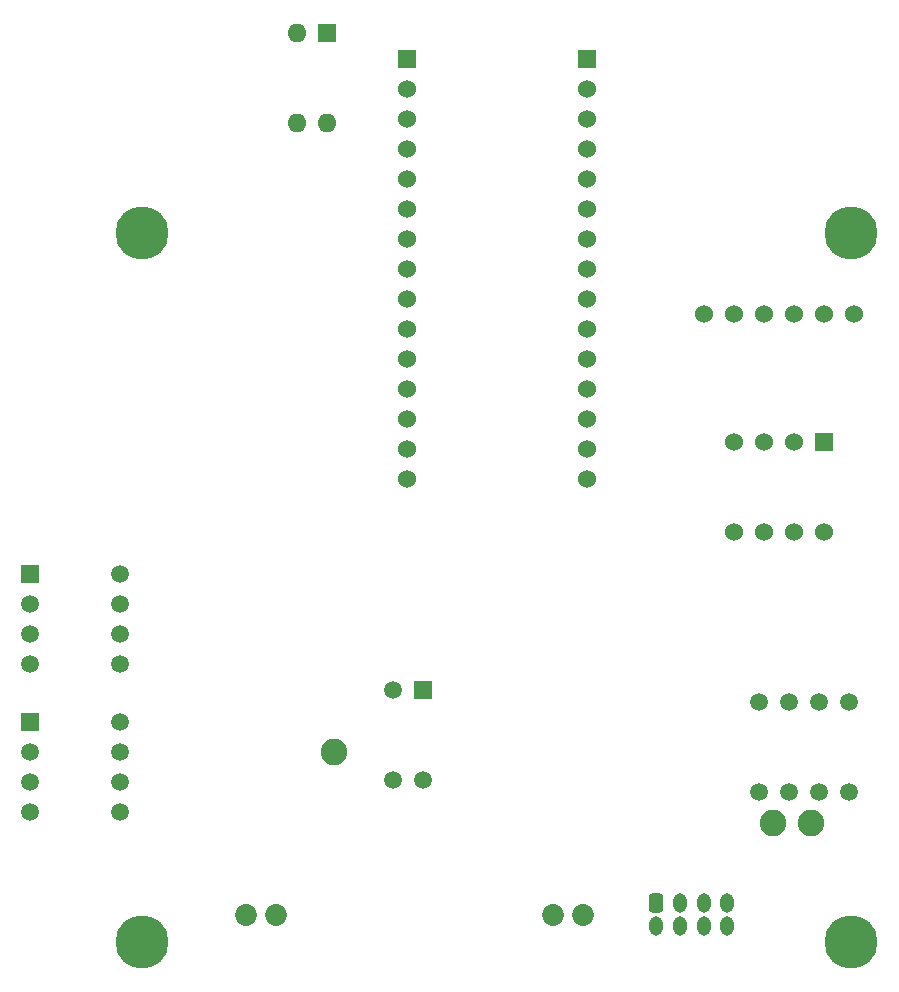
<source format=gbr>
%TF.GenerationSoftware,KiCad,Pcbnew,7.0.1-0*%
%TF.CreationDate,2023-05-24T18:21:05+09:00*%
%TF.ProjectId,SensingModule,53656e73-696e-4674-9d6f-64756c652e6b,rev?*%
%TF.SameCoordinates,Original*%
%TF.FileFunction,Soldermask,Bot*%
%TF.FilePolarity,Negative*%
%FSLAX46Y46*%
G04 Gerber Fmt 4.6, Leading zero omitted, Abs format (unit mm)*
G04 Created by KiCad (PCBNEW 7.0.1-0) date 2023-05-24 18:21:05*
%MOMM*%
%LPD*%
G01*
G04 APERTURE LIST*
G04 Aperture macros list*
%AMRoundRect*
0 Rectangle with rounded corners*
0 $1 Rounding radius*
0 $2 $3 $4 $5 $6 $7 $8 $9 X,Y pos of 4 corners*
0 Add a 4 corners polygon primitive as box body*
4,1,4,$2,$3,$4,$5,$6,$7,$8,$9,$2,$3,0*
0 Add four circle primitives for the rounded corners*
1,1,$1+$1,$2,$3*
1,1,$1+$1,$4,$5*
1,1,$1+$1,$6,$7*
1,1,$1+$1,$8,$9*
0 Add four rect primitives between the rounded corners*
20,1,$1+$1,$2,$3,$4,$5,0*
20,1,$1+$1,$4,$5,$6,$7,0*
20,1,$1+$1,$6,$7,$8,$9,0*
20,1,$1+$1,$8,$9,$2,$3,0*%
G04 Aperture macros list end*
%ADD10C,1.530000*%
%ADD11C,1.500000*%
%ADD12R,1.600000X1.600000*%
%ADD13O,1.600000X1.600000*%
%ADD14C,4.500000*%
%ADD15C,2.250000*%
%ADD16R,1.500000X1.500000*%
%ADD17C,1.853200*%
%ADD18R,1.530000X1.530000*%
%ADD19RoundRect,0.250000X-0.350000X-0.560000X0.350000X-0.560000X0.350000X0.560000X-0.350000X0.560000X0*%
%ADD20O,1.200000X1.650000*%
G04 APERTURE END LIST*
D10*
%TO.C,U2*%
X178740000Y-81859000D03*
X176200000Y-81859000D03*
X173660000Y-81859000D03*
X171120000Y-81859000D03*
X168580000Y-81859000D03*
X166040000Y-81859000D03*
%TD*%
D11*
%TO.C,U1*%
X178300000Y-114700000D03*
X175760000Y-114700000D03*
X173220000Y-114700000D03*
X170680000Y-114700000D03*
X170680000Y-122320000D03*
X173220000Y-122320000D03*
X175760000Y-122320000D03*
X178300000Y-122320000D03*
%TD*%
D12*
%TO.C,SW1*%
X134150000Y-58024432D03*
D13*
X131610000Y-58024432D03*
X131610000Y-65644432D03*
X134150000Y-65644432D03*
%TD*%
D14*
%TO.C,REF\u002A\u002A*%
X118500000Y-75000000D03*
%TD*%
D15*
%TO.C,TP2*%
X171900000Y-124949432D03*
%TD*%
D14*
%TO.C,REF\u002A\u002A*%
X118500000Y-135000000D03*
%TD*%
%TO.C,REF\u002A\u002A*%
X178500000Y-135000000D03*
%TD*%
%TO.C,REF\u002A\u002A*%
X178500000Y-75000000D03*
%TD*%
D16*
%TO.C,U4*%
X142275000Y-113700000D03*
D11*
X139735000Y-113700000D03*
X139735000Y-121320000D03*
X142275000Y-121320000D03*
%TD*%
D15*
%TO.C,TP3*%
X134700000Y-118949432D03*
%TD*%
D17*
%TO.C,J1*%
X153230000Y-132690000D03*
X155770000Y-132690000D03*
%TD*%
D18*
%TO.C,U3*%
X176200000Y-92690000D03*
D10*
X173660000Y-92690000D03*
X171120000Y-92690000D03*
X168580000Y-92690000D03*
X168580000Y-100310000D03*
X171120000Y-100310000D03*
X173660000Y-100310000D03*
X176200000Y-100310000D03*
%TD*%
D18*
%TO.C,U5*%
X140880000Y-60220000D03*
D10*
X140880000Y-62760000D03*
X140880000Y-65300000D03*
X140880000Y-67840000D03*
X140880000Y-70380000D03*
X140880000Y-72920000D03*
X140880000Y-75460000D03*
X140880000Y-78000000D03*
X140880000Y-80540000D03*
X140880000Y-83080000D03*
X140880000Y-85620000D03*
X140880000Y-88160000D03*
X140880000Y-90700000D03*
X140880000Y-93240000D03*
X140880000Y-95780000D03*
D18*
X156120000Y-60220000D03*
D10*
X156120000Y-62760000D03*
X156120000Y-65300000D03*
X156120000Y-67840000D03*
X156120000Y-70380000D03*
X156120000Y-72920000D03*
X156120000Y-75460000D03*
X156120000Y-78000000D03*
X156120000Y-80540000D03*
X156120000Y-83080000D03*
X156120000Y-85620000D03*
X156120000Y-88160000D03*
X156120000Y-90700000D03*
X156120000Y-93240000D03*
X156120000Y-95780000D03*
%TD*%
D16*
%TO.C,U6*%
X109000000Y-116380000D03*
D11*
X109000000Y-118920000D03*
X109000000Y-121460000D03*
X109000000Y-124000000D03*
X116620000Y-124000000D03*
X116620000Y-121460000D03*
X116620000Y-118920000D03*
X116620000Y-116380000D03*
%TD*%
D19*
%TO.C,J2*%
X162000000Y-131690000D03*
D20*
X162000000Y-133690000D03*
X164000000Y-131690000D03*
X164000000Y-133690000D03*
X166000000Y-131690000D03*
X166000000Y-133690000D03*
X168000000Y-131690000D03*
X168000000Y-133690000D03*
%TD*%
D17*
%TO.C,J3*%
X127230000Y-132690000D03*
X129770000Y-132690000D03*
%TD*%
D15*
%TO.C,TP1*%
X175100000Y-124949432D03*
%TD*%
D16*
%TO.C,U7*%
X109000000Y-103880000D03*
D11*
X109000000Y-106420000D03*
X109000000Y-108960000D03*
X109000000Y-111500000D03*
X116620000Y-111500000D03*
X116620000Y-108960000D03*
X116620000Y-106420000D03*
X116620000Y-103880000D03*
%TD*%
M02*

</source>
